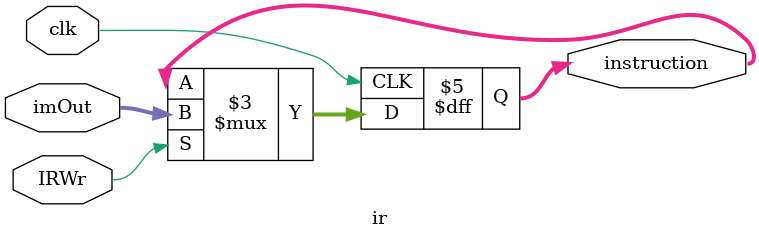
<source format=v>
module ir (clk, IRWr, imOut, instruction);
    input clk, IRWr;
    input [31:0] imOut;
    output reg [31:0] instruction;

    always @(posedge clk) begin
        if(IRWr) instruction <= imOut;
        else instruction <= instruction;
    end
endmodule


</source>
